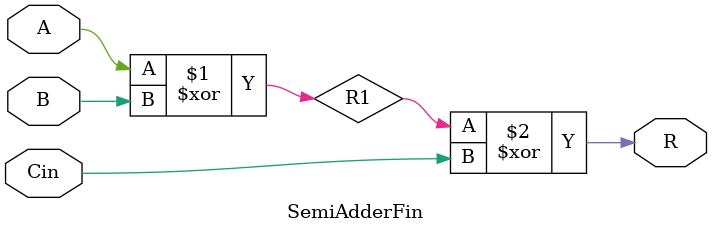
<source format=v>
`timescale 1ns / 1ps

module SemiAdderFin(A,B,Cin,R);
	input A,B,Cin;
	output wire R;
	wire R1;
	
	assign R1=A^B;
	assign R=R1^Cin;
	
endmodule 

</source>
